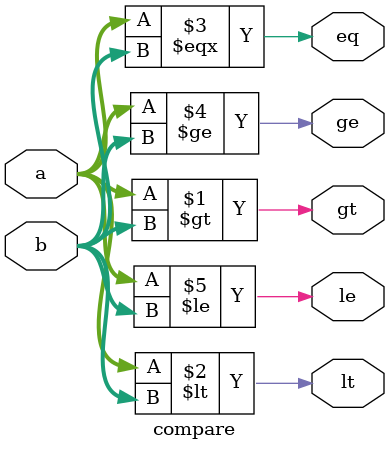
<source format=v>
module compare(a,b,gt,lt,eq,ge,le);

    input wire[63:0] a,b;
    output wire gt,lt,eq,ge,le;

    assign gt= (a>b);
    assign lt= (a<b);
    assign eq= (a===b);
    assign ge= (a>=b);
    assign le= (a<=b);

endmodule

</source>
